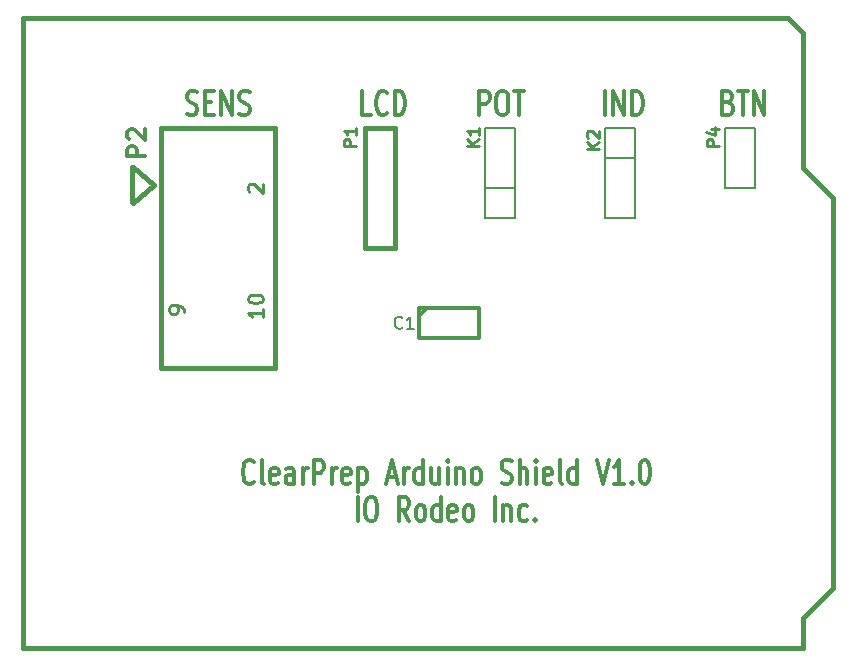
<source format=gto>
G04 (created by PCBNEW (2013-mar-13)-testing) date Wed 12 Jun 2013 03:24:25 PM PDT*
%MOIN*%
G04 Gerber Fmt 3.4, Leading zero omitted, Abs format*
%FSLAX34Y34*%
G01*
G70*
G90*
G04 APERTURE LIST*
%ADD10C,0.005906*%
%ADD11C,0.012000*%
%ADD12C,0.006000*%
%ADD13C,0.015000*%
%ADD14C,0.010000*%
%ADD15C,0.008000*%
G04 APERTURE END LIST*
G54D10*
G54D11*
X28057Y-28623D02*
X28142Y-28661D01*
X28285Y-28661D01*
X28342Y-28623D01*
X28371Y-28585D01*
X28400Y-28509D01*
X28400Y-28433D01*
X28371Y-28357D01*
X28342Y-28319D01*
X28285Y-28280D01*
X28171Y-28242D01*
X28114Y-28204D01*
X28085Y-28166D01*
X28057Y-28090D01*
X28057Y-28014D01*
X28085Y-27938D01*
X28114Y-27900D01*
X28171Y-27861D01*
X28314Y-27861D01*
X28400Y-27900D01*
X28657Y-28242D02*
X28857Y-28242D01*
X28942Y-28661D02*
X28657Y-28661D01*
X28657Y-27861D01*
X28942Y-27861D01*
X29200Y-28661D02*
X29200Y-27861D01*
X29542Y-28661D01*
X29542Y-27861D01*
X29800Y-28623D02*
X29885Y-28661D01*
X30028Y-28661D01*
X30085Y-28623D01*
X30114Y-28585D01*
X30142Y-28509D01*
X30142Y-28433D01*
X30114Y-28357D01*
X30085Y-28319D01*
X30028Y-28280D01*
X29914Y-28242D01*
X29857Y-28204D01*
X29828Y-28166D01*
X29800Y-28090D01*
X29800Y-28014D01*
X29828Y-27938D01*
X29857Y-27900D01*
X29914Y-27861D01*
X30057Y-27861D01*
X30142Y-27900D01*
X41985Y-28661D02*
X41985Y-27861D01*
X42271Y-28661D02*
X42271Y-27861D01*
X42614Y-28661D01*
X42614Y-27861D01*
X42900Y-28661D02*
X42900Y-27861D01*
X43042Y-27861D01*
X43128Y-27900D01*
X43185Y-27976D01*
X43214Y-28052D01*
X43242Y-28204D01*
X43242Y-28319D01*
X43214Y-28471D01*
X43185Y-28547D01*
X43128Y-28623D01*
X43042Y-28661D01*
X42900Y-28661D01*
X34185Y-28661D02*
X33900Y-28661D01*
X33900Y-27861D01*
X34728Y-28585D02*
X34700Y-28623D01*
X34614Y-28661D01*
X34557Y-28661D01*
X34471Y-28623D01*
X34414Y-28547D01*
X34385Y-28471D01*
X34357Y-28319D01*
X34357Y-28204D01*
X34385Y-28052D01*
X34414Y-27976D01*
X34471Y-27900D01*
X34557Y-27861D01*
X34614Y-27861D01*
X34700Y-27900D01*
X34728Y-27938D01*
X34985Y-28661D02*
X34985Y-27861D01*
X35128Y-27861D01*
X35214Y-27900D01*
X35271Y-27976D01*
X35300Y-28052D01*
X35328Y-28204D01*
X35328Y-28319D01*
X35300Y-28471D01*
X35271Y-28547D01*
X35214Y-28623D01*
X35128Y-28661D01*
X34985Y-28661D01*
X46100Y-28242D02*
X46185Y-28280D01*
X46214Y-28319D01*
X46242Y-28395D01*
X46242Y-28509D01*
X46214Y-28585D01*
X46185Y-28623D01*
X46128Y-28661D01*
X45900Y-28661D01*
X45900Y-27861D01*
X46100Y-27861D01*
X46157Y-27900D01*
X46185Y-27938D01*
X46214Y-28014D01*
X46214Y-28090D01*
X46185Y-28166D01*
X46157Y-28204D01*
X46100Y-28242D01*
X45900Y-28242D01*
X46414Y-27861D02*
X46757Y-27861D01*
X46585Y-28661D02*
X46585Y-27861D01*
X46957Y-28661D02*
X46957Y-27861D01*
X47300Y-28661D01*
X47300Y-27861D01*
X37800Y-28661D02*
X37800Y-27861D01*
X38028Y-27861D01*
X38085Y-27900D01*
X38114Y-27938D01*
X38142Y-28014D01*
X38142Y-28128D01*
X38114Y-28204D01*
X38085Y-28242D01*
X38028Y-28280D01*
X37800Y-28280D01*
X38514Y-27861D02*
X38628Y-27861D01*
X38685Y-27900D01*
X38742Y-27976D01*
X38771Y-28128D01*
X38771Y-28395D01*
X38742Y-28547D01*
X38685Y-28623D01*
X38628Y-28661D01*
X38514Y-28661D01*
X38457Y-28623D01*
X38400Y-28547D01*
X38371Y-28395D01*
X38371Y-28128D01*
X38400Y-27976D01*
X38457Y-27900D01*
X38514Y-27861D01*
X38942Y-27861D02*
X39285Y-27861D01*
X39114Y-28661D02*
X39114Y-27861D01*
X30285Y-40885D02*
X30257Y-40923D01*
X30171Y-40961D01*
X30114Y-40961D01*
X30028Y-40923D01*
X29971Y-40847D01*
X29942Y-40771D01*
X29914Y-40619D01*
X29914Y-40504D01*
X29942Y-40352D01*
X29971Y-40276D01*
X30028Y-40200D01*
X30114Y-40161D01*
X30171Y-40161D01*
X30257Y-40200D01*
X30285Y-40238D01*
X30628Y-40961D02*
X30571Y-40923D01*
X30542Y-40847D01*
X30542Y-40161D01*
X31085Y-40923D02*
X31028Y-40961D01*
X30914Y-40961D01*
X30857Y-40923D01*
X30828Y-40847D01*
X30828Y-40542D01*
X30857Y-40466D01*
X30914Y-40428D01*
X31028Y-40428D01*
X31085Y-40466D01*
X31114Y-40542D01*
X31114Y-40619D01*
X30828Y-40695D01*
X31628Y-40961D02*
X31628Y-40542D01*
X31600Y-40466D01*
X31542Y-40428D01*
X31428Y-40428D01*
X31371Y-40466D01*
X31628Y-40923D02*
X31571Y-40961D01*
X31428Y-40961D01*
X31371Y-40923D01*
X31342Y-40847D01*
X31342Y-40771D01*
X31371Y-40695D01*
X31428Y-40657D01*
X31571Y-40657D01*
X31628Y-40619D01*
X31914Y-40961D02*
X31914Y-40428D01*
X31914Y-40580D02*
X31942Y-40504D01*
X31971Y-40466D01*
X32028Y-40428D01*
X32085Y-40428D01*
X32285Y-40961D02*
X32285Y-40161D01*
X32514Y-40161D01*
X32571Y-40200D01*
X32600Y-40238D01*
X32628Y-40314D01*
X32628Y-40428D01*
X32600Y-40504D01*
X32571Y-40542D01*
X32514Y-40580D01*
X32285Y-40580D01*
X32885Y-40961D02*
X32885Y-40428D01*
X32885Y-40580D02*
X32914Y-40504D01*
X32942Y-40466D01*
X33000Y-40428D01*
X33057Y-40428D01*
X33485Y-40923D02*
X33428Y-40961D01*
X33314Y-40961D01*
X33257Y-40923D01*
X33228Y-40847D01*
X33228Y-40542D01*
X33257Y-40466D01*
X33314Y-40428D01*
X33428Y-40428D01*
X33485Y-40466D01*
X33514Y-40542D01*
X33514Y-40619D01*
X33228Y-40695D01*
X33771Y-40428D02*
X33771Y-41228D01*
X33771Y-40466D02*
X33828Y-40428D01*
X33942Y-40428D01*
X34000Y-40466D01*
X34028Y-40504D01*
X34057Y-40580D01*
X34057Y-40809D01*
X34028Y-40885D01*
X34000Y-40923D01*
X33942Y-40961D01*
X33828Y-40961D01*
X33771Y-40923D01*
X34742Y-40733D02*
X35028Y-40733D01*
X34685Y-40961D02*
X34885Y-40161D01*
X35085Y-40961D01*
X35285Y-40961D02*
X35285Y-40428D01*
X35285Y-40580D02*
X35314Y-40504D01*
X35342Y-40466D01*
X35400Y-40428D01*
X35457Y-40428D01*
X35914Y-40961D02*
X35914Y-40161D01*
X35914Y-40923D02*
X35857Y-40961D01*
X35742Y-40961D01*
X35685Y-40923D01*
X35657Y-40885D01*
X35628Y-40809D01*
X35628Y-40580D01*
X35657Y-40504D01*
X35685Y-40466D01*
X35742Y-40428D01*
X35857Y-40428D01*
X35914Y-40466D01*
X36457Y-40428D02*
X36457Y-40961D01*
X36200Y-40428D02*
X36200Y-40847D01*
X36228Y-40923D01*
X36285Y-40961D01*
X36371Y-40961D01*
X36428Y-40923D01*
X36457Y-40885D01*
X36742Y-40961D02*
X36742Y-40428D01*
X36742Y-40161D02*
X36714Y-40200D01*
X36742Y-40238D01*
X36771Y-40200D01*
X36742Y-40161D01*
X36742Y-40238D01*
X37028Y-40428D02*
X37028Y-40961D01*
X37028Y-40504D02*
X37057Y-40466D01*
X37114Y-40428D01*
X37200Y-40428D01*
X37257Y-40466D01*
X37285Y-40542D01*
X37285Y-40961D01*
X37657Y-40961D02*
X37600Y-40923D01*
X37571Y-40885D01*
X37542Y-40809D01*
X37542Y-40580D01*
X37571Y-40504D01*
X37600Y-40466D01*
X37657Y-40428D01*
X37742Y-40428D01*
X37800Y-40466D01*
X37828Y-40504D01*
X37857Y-40580D01*
X37857Y-40809D01*
X37828Y-40885D01*
X37800Y-40923D01*
X37742Y-40961D01*
X37657Y-40961D01*
X38542Y-40923D02*
X38628Y-40961D01*
X38771Y-40961D01*
X38828Y-40923D01*
X38857Y-40885D01*
X38885Y-40809D01*
X38885Y-40733D01*
X38857Y-40657D01*
X38828Y-40619D01*
X38771Y-40580D01*
X38657Y-40542D01*
X38600Y-40504D01*
X38571Y-40466D01*
X38542Y-40390D01*
X38542Y-40314D01*
X38571Y-40238D01*
X38600Y-40200D01*
X38657Y-40161D01*
X38800Y-40161D01*
X38885Y-40200D01*
X39142Y-40961D02*
X39142Y-40161D01*
X39400Y-40961D02*
X39400Y-40542D01*
X39371Y-40466D01*
X39314Y-40428D01*
X39228Y-40428D01*
X39171Y-40466D01*
X39142Y-40504D01*
X39685Y-40961D02*
X39685Y-40428D01*
X39685Y-40161D02*
X39657Y-40200D01*
X39685Y-40238D01*
X39714Y-40200D01*
X39685Y-40161D01*
X39685Y-40238D01*
X40200Y-40923D02*
X40142Y-40961D01*
X40028Y-40961D01*
X39971Y-40923D01*
X39942Y-40847D01*
X39942Y-40542D01*
X39971Y-40466D01*
X40028Y-40428D01*
X40142Y-40428D01*
X40200Y-40466D01*
X40228Y-40542D01*
X40228Y-40619D01*
X39942Y-40695D01*
X40571Y-40961D02*
X40514Y-40923D01*
X40485Y-40847D01*
X40485Y-40161D01*
X41057Y-40961D02*
X41057Y-40161D01*
X41057Y-40923D02*
X41000Y-40961D01*
X40885Y-40961D01*
X40828Y-40923D01*
X40800Y-40885D01*
X40771Y-40809D01*
X40771Y-40580D01*
X40800Y-40504D01*
X40828Y-40466D01*
X40885Y-40428D01*
X41000Y-40428D01*
X41057Y-40466D01*
X41714Y-40161D02*
X41914Y-40961D01*
X42114Y-40161D01*
X42628Y-40961D02*
X42285Y-40961D01*
X42457Y-40961D02*
X42457Y-40161D01*
X42400Y-40276D01*
X42342Y-40352D01*
X42285Y-40390D01*
X42885Y-40885D02*
X42914Y-40923D01*
X42885Y-40961D01*
X42857Y-40923D01*
X42885Y-40885D01*
X42885Y-40961D01*
X43285Y-40161D02*
X43342Y-40161D01*
X43400Y-40200D01*
X43428Y-40238D01*
X43457Y-40314D01*
X43485Y-40466D01*
X43485Y-40657D01*
X43457Y-40809D01*
X43428Y-40885D01*
X43400Y-40923D01*
X43342Y-40961D01*
X43285Y-40961D01*
X43228Y-40923D01*
X43200Y-40885D01*
X43171Y-40809D01*
X43142Y-40657D01*
X43142Y-40466D01*
X43171Y-40314D01*
X43200Y-40238D01*
X43228Y-40200D01*
X43285Y-40161D01*
X33742Y-42201D02*
X33742Y-41401D01*
X34142Y-41401D02*
X34257Y-41401D01*
X34314Y-41440D01*
X34371Y-41516D01*
X34400Y-41668D01*
X34400Y-41935D01*
X34371Y-42087D01*
X34314Y-42163D01*
X34257Y-42201D01*
X34142Y-42201D01*
X34085Y-42163D01*
X34028Y-42087D01*
X34000Y-41935D01*
X34000Y-41668D01*
X34028Y-41516D01*
X34085Y-41440D01*
X34142Y-41401D01*
X35457Y-42201D02*
X35257Y-41820D01*
X35114Y-42201D02*
X35114Y-41401D01*
X35342Y-41401D01*
X35400Y-41440D01*
X35428Y-41478D01*
X35457Y-41554D01*
X35457Y-41668D01*
X35428Y-41744D01*
X35400Y-41782D01*
X35342Y-41820D01*
X35114Y-41820D01*
X35800Y-42201D02*
X35742Y-42163D01*
X35714Y-42125D01*
X35685Y-42049D01*
X35685Y-41820D01*
X35714Y-41744D01*
X35742Y-41706D01*
X35800Y-41668D01*
X35885Y-41668D01*
X35942Y-41706D01*
X35971Y-41744D01*
X36000Y-41820D01*
X36000Y-42049D01*
X35971Y-42125D01*
X35942Y-42163D01*
X35885Y-42201D01*
X35800Y-42201D01*
X36514Y-42201D02*
X36514Y-41401D01*
X36514Y-42163D02*
X36457Y-42201D01*
X36342Y-42201D01*
X36285Y-42163D01*
X36257Y-42125D01*
X36228Y-42049D01*
X36228Y-41820D01*
X36257Y-41744D01*
X36285Y-41706D01*
X36342Y-41668D01*
X36457Y-41668D01*
X36514Y-41706D01*
X37028Y-42163D02*
X36971Y-42201D01*
X36857Y-42201D01*
X36800Y-42163D01*
X36771Y-42087D01*
X36771Y-41782D01*
X36800Y-41706D01*
X36857Y-41668D01*
X36971Y-41668D01*
X37028Y-41706D01*
X37057Y-41782D01*
X37057Y-41859D01*
X36771Y-41935D01*
X37400Y-42201D02*
X37342Y-42163D01*
X37314Y-42125D01*
X37285Y-42049D01*
X37285Y-41820D01*
X37314Y-41744D01*
X37342Y-41706D01*
X37400Y-41668D01*
X37485Y-41668D01*
X37542Y-41706D01*
X37571Y-41744D01*
X37600Y-41820D01*
X37600Y-42049D01*
X37571Y-42125D01*
X37542Y-42163D01*
X37485Y-42201D01*
X37400Y-42201D01*
X38314Y-42201D02*
X38314Y-41401D01*
X38600Y-41668D02*
X38600Y-42201D01*
X38600Y-41744D02*
X38628Y-41706D01*
X38685Y-41668D01*
X38771Y-41668D01*
X38828Y-41706D01*
X38857Y-41782D01*
X38857Y-42201D01*
X39400Y-42163D02*
X39342Y-42201D01*
X39228Y-42201D01*
X39171Y-42163D01*
X39142Y-42125D01*
X39114Y-42049D01*
X39114Y-41820D01*
X39142Y-41744D01*
X39171Y-41706D01*
X39228Y-41668D01*
X39342Y-41668D01*
X39400Y-41706D01*
X39657Y-42125D02*
X39685Y-42163D01*
X39657Y-42201D01*
X39628Y-42163D01*
X39657Y-42125D01*
X39657Y-42201D01*
G54D12*
X39000Y-32100D02*
X38000Y-32100D01*
X38000Y-32100D02*
X38000Y-29100D01*
X38000Y-29100D02*
X39000Y-29100D01*
X39000Y-29100D02*
X39000Y-32100D01*
X38000Y-31100D02*
X39000Y-31100D01*
X46000Y-29100D02*
X47000Y-29100D01*
X47000Y-29100D02*
X47000Y-31100D01*
X47000Y-31100D02*
X46000Y-31100D01*
X46000Y-31100D02*
X46000Y-29100D01*
G54D13*
X31000Y-29100D02*
X31000Y-37100D01*
X31000Y-37100D02*
X27200Y-37100D01*
X27200Y-37100D02*
X27200Y-29100D01*
X27200Y-29100D02*
X31000Y-29100D01*
X26226Y-30383D02*
X26226Y-31565D01*
X26939Y-30988D02*
X26239Y-30388D01*
X26240Y-31588D02*
X26940Y-30988D01*
X48575Y-30425D02*
X48575Y-25925D01*
X48575Y-25925D02*
X48075Y-25425D01*
X48075Y-25425D02*
X22575Y-25425D01*
X48575Y-46425D02*
X22575Y-46425D01*
X22575Y-46425D02*
X22575Y-25425D01*
X48575Y-30425D02*
X49575Y-31425D01*
X49575Y-31425D02*
X49575Y-44425D01*
X49575Y-44425D02*
X48575Y-45425D01*
X48575Y-45425D02*
X48575Y-46425D01*
X34000Y-33100D02*
X35000Y-33100D01*
X35000Y-33100D02*
X35000Y-29100D01*
X35000Y-29100D02*
X34000Y-29100D01*
X34000Y-29100D02*
X34000Y-33100D01*
G54D11*
X35820Y-35100D02*
X37800Y-35100D01*
X37800Y-35100D02*
X37800Y-36100D01*
X37800Y-36100D02*
X35800Y-36100D01*
X35800Y-36100D02*
X35800Y-35100D01*
X35800Y-35350D02*
X36050Y-35100D01*
G54D12*
X42000Y-29100D02*
X43000Y-29100D01*
X43000Y-29100D02*
X43000Y-32100D01*
X43000Y-32100D02*
X42000Y-32100D01*
X42000Y-32100D02*
X42000Y-29100D01*
X43000Y-30100D02*
X42000Y-30100D01*
G54D14*
X37780Y-29695D02*
X37380Y-29695D01*
X37780Y-29466D02*
X37552Y-29638D01*
X37380Y-29466D02*
X37609Y-29695D01*
X37780Y-29085D02*
X37780Y-29314D01*
X37780Y-29199D02*
X37380Y-29199D01*
X37438Y-29238D01*
X37476Y-29276D01*
X37495Y-29314D01*
X45780Y-29695D02*
X45380Y-29695D01*
X45380Y-29542D01*
X45400Y-29504D01*
X45419Y-29485D01*
X45457Y-29466D01*
X45514Y-29466D01*
X45552Y-29485D01*
X45571Y-29504D01*
X45590Y-29542D01*
X45590Y-29695D01*
X45514Y-29123D02*
X45780Y-29123D01*
X45361Y-29219D02*
X45647Y-29314D01*
X45647Y-29066D01*
G54D11*
X26671Y-30042D02*
X26071Y-30042D01*
X26071Y-29814D01*
X26100Y-29757D01*
X26128Y-29728D01*
X26185Y-29700D01*
X26271Y-29700D01*
X26328Y-29728D01*
X26357Y-29757D01*
X26385Y-29814D01*
X26385Y-30042D01*
X26128Y-29471D02*
X26100Y-29442D01*
X26071Y-29385D01*
X26071Y-29242D01*
X26100Y-29185D01*
X26128Y-29157D01*
X26185Y-29128D01*
X26242Y-29128D01*
X26328Y-29157D01*
X26671Y-29500D01*
X26671Y-29128D01*
G54D14*
X30586Y-35124D02*
X30586Y-35409D01*
X30586Y-35267D02*
X30086Y-35267D01*
X30157Y-35314D01*
X30205Y-35362D01*
X30229Y-35409D01*
X30086Y-34814D02*
X30086Y-34767D01*
X30110Y-34719D01*
X30133Y-34695D01*
X30181Y-34671D01*
X30276Y-34648D01*
X30395Y-34648D01*
X30490Y-34671D01*
X30538Y-34695D01*
X30562Y-34719D01*
X30586Y-34767D01*
X30586Y-34814D01*
X30562Y-34862D01*
X30538Y-34886D01*
X30490Y-34909D01*
X30395Y-34933D01*
X30276Y-34933D01*
X30181Y-34909D01*
X30133Y-34886D01*
X30110Y-34862D01*
X30086Y-34814D01*
X27948Y-35242D02*
X27948Y-35147D01*
X27924Y-35099D01*
X27900Y-35075D01*
X27829Y-35027D01*
X27733Y-35004D01*
X27543Y-35004D01*
X27495Y-35027D01*
X27472Y-35051D01*
X27448Y-35099D01*
X27448Y-35194D01*
X27472Y-35242D01*
X27495Y-35266D01*
X27543Y-35289D01*
X27662Y-35289D01*
X27710Y-35266D01*
X27733Y-35242D01*
X27757Y-35194D01*
X27757Y-35099D01*
X27733Y-35051D01*
X27710Y-35027D01*
X27662Y-35004D01*
X30133Y-31234D02*
X30110Y-31211D01*
X30086Y-31163D01*
X30086Y-31044D01*
X30110Y-30996D01*
X30133Y-30972D01*
X30181Y-30949D01*
X30229Y-30949D01*
X30300Y-30972D01*
X30586Y-31258D01*
X30586Y-30949D01*
X33680Y-29695D02*
X33280Y-29695D01*
X33280Y-29542D01*
X33300Y-29504D01*
X33319Y-29485D01*
X33357Y-29466D01*
X33414Y-29466D01*
X33452Y-29485D01*
X33471Y-29504D01*
X33490Y-29542D01*
X33490Y-29695D01*
X33680Y-29085D02*
X33680Y-29314D01*
X33680Y-29199D02*
X33280Y-29199D01*
X33338Y-29238D01*
X33376Y-29276D01*
X33395Y-29314D01*
G54D15*
X35233Y-35742D02*
X35214Y-35761D01*
X35157Y-35780D01*
X35119Y-35780D01*
X35061Y-35761D01*
X35023Y-35723D01*
X35004Y-35685D01*
X34985Y-35609D01*
X34985Y-35552D01*
X35004Y-35476D01*
X35023Y-35438D01*
X35061Y-35400D01*
X35119Y-35380D01*
X35157Y-35380D01*
X35214Y-35400D01*
X35233Y-35419D01*
X35614Y-35780D02*
X35385Y-35780D01*
X35500Y-35780D02*
X35500Y-35380D01*
X35461Y-35438D01*
X35423Y-35476D01*
X35385Y-35495D01*
G54D14*
X41780Y-29795D02*
X41380Y-29795D01*
X41780Y-29566D02*
X41552Y-29738D01*
X41380Y-29566D02*
X41609Y-29795D01*
X41419Y-29414D02*
X41400Y-29395D01*
X41380Y-29357D01*
X41380Y-29261D01*
X41400Y-29223D01*
X41419Y-29204D01*
X41457Y-29185D01*
X41495Y-29185D01*
X41552Y-29204D01*
X41780Y-29433D01*
X41780Y-29185D01*
M02*

</source>
